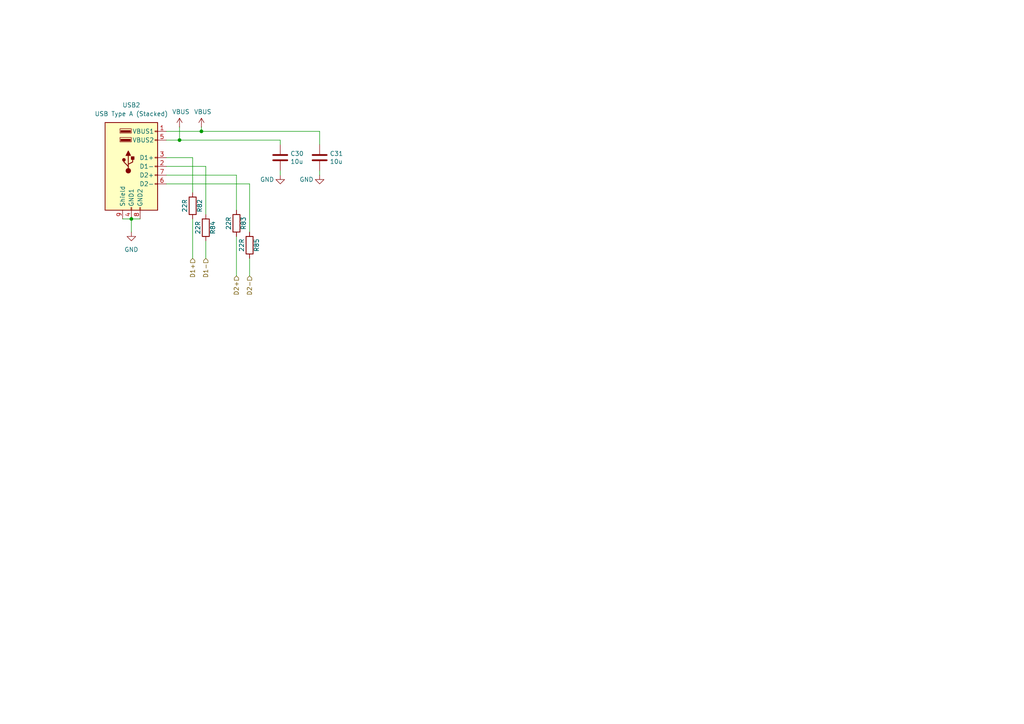
<source format=kicad_sch>
(kicad_sch (version 20231120) (generator "eeschema") (generator_version "8.0")
  (paper "A4")
  (title_block (title "TurboFRANK") (date "2025-01-28") (rev "1.0") (company "Mikhail Matveev") (comment 1 "https://github.com/xtremespb/frank"))
  (lib_symbols
    (symbol "Connector:USB_A_Stacked" (pin_names (offset 1.016))
      (property "Reference" "J" (at 0 15.875 0))
      (property "Value" "USB_A_Stacked" (at 0 13.97 0))
      (symbol "USB_A_Stacked_0_1"
        (rectangle (start -7.62 12.7) (end 7.62 -12.7) (stroke (width 0.254)) (fill (type background)))
        (circle (center -2.159 1.905) (radius 0.381) (stroke (width 0.254)) (fill (type outline)))
        (circle (center -0.889 -1.27) (radius 0.635) (stroke (width 0.254)) (fill (type outline)))
        (rectangle (start -0.254 7.366) (end -3.048 7.874) (fill (type outline)))
        (rectangle (start -0.254 9.906) (end -3.048 10.414) (fill (type outline)))
        (rectangle (start -0.127 -12.7) (end 0.127 -11.938))
        (polyline (pts (xy -1.524 3.175) (xy -0.254 3.175) (xy -0.889 4.445) (xy -1.524 3.175)) (stroke (width 0.254)) (fill (type outline)))
        (polyline (pts (xy -0.889 -0.635) (xy -0.889 0) (xy -2.159 1.27) (xy -2.159 1.905)) (stroke (width 0.254)))
        (polyline (pts (xy -0.889 0) (xy -0.889 0.635) (xy 0.381 1.27) (xy 0.381 2.54)) (stroke (width 0.254)))
        (rectangle (start 0 2.794) (end 0.762 2.032) (stroke (width 0.254)) (fill (type outline)))
        (rectangle (start 0 7.112) (end -3.302 8.382))
        (rectangle (start 0 9.652) (end -3.302 10.922))
        (rectangle (start 2.413 -12.7) (end 2.667 -11.938))
        (rectangle (start 7.62 -5.207) (end 6.858 -4.953))
        (rectangle (start 7.62 -2.667) (end 6.858 -2.413))
        (rectangle (start 7.62 -0.127) (end 6.858 0.127))
        (rectangle (start 7.62 2.413) (end 6.858 2.667))
        (rectangle (start 7.62 7.493) (end 6.858 7.747))
        (rectangle (start 7.62 10.033) (end 6.858 10.287))
      )
      (symbol "USB_A_Stacked_1_1"
        (polyline (pts (xy -0.889 0.635) (xy -0.889 3.175)) (stroke (width 0.254)))
        (pin power_in line (at 10.16 10.16 180) (length 2.54) (name "VBUS1") (number "1"))
        (pin bidirectional line (at 10.16 0 180) (length 2.54) (name "D1-") (number "2"))
        (pin bidirectional line (at 10.16 2.54 180) (length 2.54) (name "D1+") (number "3"))
        (pin power_in line (at 0 -15.24 90) (length 2.54) (name "GND1") (number "4"))
        (pin power_in line (at 10.16 7.62 180) (length 2.54) (name "VBUS2") (number "5"))
        (pin bidirectional line (at 10.16 -5.08 180) (length 2.54) (name "D2-") (number "6"))
        (pin bidirectional line (at 10.16 -2.54 180) (length 2.54) (name "D2+") (number "7"))
        (pin power_in line (at 2.54 -15.24 90) (length 2.54) (name "GND2") (number "8"))
        (pin passive line (at -2.54 -15.24 90) (length 2.54) (name "Shield") (number "9"))
      )
    )
    (symbol "Device:C" (pin_numbers hide) (pin_names (offset 0.254))
      (property "Reference" "C" (at 0.635 2.54 0))
      (property "Value" "C" (at 0.635 -2.54 0))
      (symbol "C_0_1"
        (polyline (pts (xy -2.032 -0.762) (xy 2.032 -0.762)) (stroke (width 0.508)))
        (polyline (pts (xy -2.032 0.762) (xy 2.032 0.762)) (stroke (width 0.508)))
      )
      (symbol "C_1_1"
        (pin passive line (at 0 3.81 270) (length 2.794) (name "~") (number "1"))
        (pin passive line (at 0 -3.81 90) (length 2.794) (name "~") (number "2"))
      )
    )
    (symbol "Device:R" (pin_numbers hide) (pin_names (offset 0))
      (property "Reference" "R" (at 2.032 0 90))
      (property "Value" "R" (at 0 0 90))
      (symbol "R_0_1"
        (rectangle (start -1.016 -2.54) (end 1.016 2.54) (stroke (width 0.254)))
      )
      (symbol "R_1_1"
        (pin passive line (at 0 3.81 270) (length 1.27) (name "~") (number "1"))
        (pin passive line (at 0 -3.81 90) (length 1.27) (name "~") (number "2"))
      )
    )
    (symbol "GND_1" (power) (pin_numbers hide) (pin_names (offset 0) hide)
      (property "Value" "GND" (at 0 -3.81 0))
      (symbol "GND_1_0_1"
        (polyline (pts (xy 0 0) (xy 0 -1.27) (xy 1.27 -1.27) (xy 0 -2.54) (xy -1.27 -1.27) (xy 0 -1.27)))
      )
      (symbol "GND_1_1_1"
        (pin power_in line (at 0 0 270) (length 0) (name "~") (number "1"))
      )
    )
    (symbol "GND_2" (power) (pin_numbers hide) (pin_names (offset 0) hide)
      (property "Value" "GND" (at 0 -3.81 0))
      (symbol "GND_2_0_1"
        (polyline (pts (xy 0 0) (xy 0 -1.27) (xy 1.27 -1.27) (xy 0 -2.54) (xy -1.27 -1.27) (xy 0 -1.27)))
      )
      (symbol "GND_2_1_1"
        (pin power_in line (at 0 0 270) (length 0) (name "~") (number "1"))
      )
    )
    (symbol "VBUS_1" (power) (pin_numbers hide) (pin_names (offset 0) hide)
      (property "Value" "VBUS" (at 0 3.556 0))
      (symbol "VBUS_1_0_1"
        (polyline (pts (xy -0.762 1.27) (xy 0 2.54)))
        (polyline (pts (xy 0 0) (xy 0 2.54)))
        (polyline (pts (xy 0 2.54) (xy 0.762 1.27)))
      )
      (symbol "VBUS_1_1_1"
        (pin power_in line (at 0 0 90) (length 0) (name "~") (number "1"))
      )
    )
    (symbol "power:GND" (power) (pin_numbers hide) (pin_names (offset 0) hide)
      (property "Value" "GND" (at 0 -3.81 0))
      (symbol "GND_0_1"
        (polyline (pts (xy 0 0) (xy 0 -1.27) (xy 1.27 -1.27) (xy 0 -2.54) (xy -1.27 -1.27) (xy 0 -1.27)))
      )
      (symbol "GND_1_1"
        (pin power_in line (at 0 0 270) (length 0) (name "~") (number "1"))
      )
    )
    (symbol "power:VBUS" (power) (pin_numbers hide) (pin_names (offset 0) hide)
      (property "Value" "VBUS" (at 0 3.556 0))
      (symbol "VBUS_0_1"
        (polyline (pts (xy -0.762 1.27) (xy 0 2.54)))
        (polyline (pts (xy 0 0) (xy 0 2.54)))
        (polyline (pts (xy 0 2.54) (xy 0.762 1.27)))
      )
      (symbol "VBUS_1_1"
        (pin power_in line (at 0 0 90) (length 0) (name "~") (number "1"))
      )
    )
  )
  (junction (at 58.42 38.1))
  (junction (at 52.07 40.64))
  (junction (at 38.1 63.5))
  (wire (pts (xy 58.42 36.83) (xy 58.42 38.1)))
  (wire (pts (xy 55.88 45.72) (xy 55.88 55.88)))
  (wire (pts (xy 48.26 53.34) (xy 72.39 53.34)))
  (wire (pts (xy 48.26 50.8) (xy 68.58 50.8)))
  (wire (pts (xy 52.07 40.64) (xy 81.28 40.64)))
  (wire (pts (xy 55.88 63.5) (xy 55.88 74.93)))
  (wire (pts (xy 81.28 49.53) (xy 81.28 50.8)))
  (wire (pts (xy 72.39 53.34) (xy 72.39 67.31)))
  (wire (pts (xy 92.71 49.53) (xy 92.71 50.8)))
  (wire (pts (xy 35.56 63.5) (xy 38.1 63.5)))
  (wire (pts (xy 59.69 48.26) (xy 59.69 62.23)))
  (wire (pts (xy 68.58 68.58) (xy 68.58 80.01)))
  (wire (pts (xy 81.28 40.64) (xy 81.28 41.91)))
  (wire (pts (xy 38.1 63.5) (xy 38.1 67.31)))
  (wire (pts (xy 48.26 48.26) (xy 59.69 48.26)))
  (wire (pts (xy 92.71 41.91) (xy 92.71 38.1)))
  (wire (pts (xy 72.39 74.93) (xy 72.39 80.01)))
  (wire (pts (xy 38.1 63.5) (xy 40.64 63.5)))
  (wire (pts (xy 52.07 36.83) (xy 52.07 40.64)))
  (wire (pts (xy 58.42 38.1) (xy 92.71 38.1)))
  (wire (pts (xy 48.26 40.64) (xy 52.07 40.64)))
  (wire (pts (xy 59.69 69.85) (xy 59.69 74.93)))
  (wire (pts (xy 48.26 38.1) (xy 58.42 38.1)))
  (wire (pts (xy 48.26 45.72) (xy 55.88 45.72)))
  (wire (pts (xy 68.58 50.8) (xy 68.58 60.96)))
  (hierarchical_label "D2+" (shape input) (at 68.58 80.01 270))
  (hierarchical_label "D1-" (shape input) (at 59.69 74.93 270))
  (hierarchical_label "D1+" (shape input) (at 55.88 74.93 270))
  (hierarchical_label "D2-" (shape input) (at 72.39 80.01 270))
  (symbol (lib_id "Connector:USB_A_Stacked") (at 38.1 48.26 0) (unit 1)
    (property "Reference" "USB2" (at 38.1 30.48 0))
    (property "Value" "USB Type A (Stacked)" (at 38.1 33.02 0))
    (property "Footprint" "FRANK:USB Type A (stacked)" (effects (hide yes)))
    (property "Description" "USB Type A connector, stacked" (effects (hide yes)))
  )
  (symbol (lib_id "Device:C") (at 81.28 45.72 0) (unit 1)
    (property "Reference" "C30" (at 84.201 44.5516 0) (effects (justify left)))
    (property "Value" "10u" (at 84.201 46.863 0) (effects (justify left)))
    (property "Footprint" "FRANK:Capacitor (0805)" (effects (hide yes)))
    (property "Datasheet" "https://eu.mouser.com/datasheet/2/447/KEM_C1075_X7R_HT_SMD-3316221.pdf" (effects (hide yes)))
  )
  (symbol (lib_id "Device:R") (at 59.69 66.04 0) (mirror x) (unit 1)
    (property "Reference" "R84" (at 61.722 66.04 90))
    (property "Value" "22R" (at 57.404 66.04 90))
    (property "Footprint" "FRANK:Resistor (0805)" (effects (hide yes)))
    (property "Datasheet" "https://www.vishay.com/docs/28952/mcs0402at-mct0603at-mcu0805at-mca1206at.pdf" (effects (hide yes)))
  )
  (symbol (lib_id "Device:C") (at 92.71 45.72 0) (unit 1)
    (property "Reference" "C31" (at 95.631 44.5516 0) (effects (justify left)))
    (property "Value" "10u" (at 95.631 46.863 0) (effects (justify left)))
    (property "Footprint" "FRANK:Capacitor (0805)" (effects (hide yes)))
    (property "Datasheet" "https://eu.mouser.com/datasheet/2/447/KEM_C1075_X7R_HT_SMD-3316221.pdf" (effects (hide yes)))
  )
  (symbol (lib_name "VBUS_1") (lib_id "power:VBUS") (at 52.07 36.83 0) (unit 1)
    (property "Reference" "#PWR093" (effects (hide yes)))
    (property "Value" "VBUS" (at 52.451 32.4358 0))
    (property "Description" "Power symbol creates a global label with name \"VBUS\"" (effects (hide yes)))
  )
  (symbol (lib_id "power:GND") (at 81.28 50.8 0) (unit 1)
    (property "Reference" "#PWR095" (effects (hide yes)))
    (property "Value" "GND" (at 77.47 52.07 0))
    (property "Description" "Power symbol creates a global label with name \"GND\" , ground" (effects (hide yes)))
  )
  (symbol (lib_id "Device:R") (at 68.58 64.77 0) (mirror x) (unit 1)
    (property "Reference" "R83" (at 70.612 64.77 90))
    (property "Value" "22R" (at 66.294 64.77 90))
    (property "Footprint" "FRANK:Resistor (0805)" (effects (hide yes)))
    (property "Datasheet" "https://www.vishay.com/docs/28952/mcs0402at-mct0603at-mcu0805at-mca1206at.pdf" (effects (hide yes)))
  )
  (symbol (lib_name "GND_2") (lib_id "power:GND") (at 92.71 50.8 0) (unit 1)
    (property "Reference" "#PWR096" (effects (hide yes)))
    (property "Value" "GND" (at 88.9 52.07 0))
    (property "Description" "Power symbol creates a global label with name \"GND\" , ground" (effects (hide yes)))
  )
  (symbol (lib_id "Device:R") (at 55.88 59.69 0) (mirror x) (unit 1)
    (property "Reference" "R82" (at 57.912 59.69 90))
    (property "Value" "22R" (at 53.594 59.69 90))
    (property "Footprint" "FRANK:Resistor (0805)" (effects (hide yes)))
    (property "Datasheet" "https://www.vishay.com/docs/28952/mcs0402at-mct0603at-mcu0805at-mca1206at.pdf" (effects (hide yes)))
  )
  (symbol (lib_id "power:VBUS") (at 58.42 36.83 0) (unit 1)
    (property "Reference" "#PWR094" (effects (hide yes)))
    (property "Value" "VBUS" (at 58.801 32.4358 0))
    (property "Description" "Power symbol creates a global label with name \"VBUS\"" (effects (hide yes)))
  )
  (symbol (lib_name "GND_1") (lib_id "power:GND") (at 38.1 67.31 0) (unit 1)
    (property "Reference" "#PWR097" (effects (hide yes)))
    (property "Value" "GND" (at 38.1 72.39 0))
    (property "Description" "Power symbol creates a global label with name \"GND\" , ground" (effects (hide yes)))
  )
  (symbol (lib_id "Device:R") (at 72.39 71.12 0) (mirror x) (unit 1)
    (property "Reference" "R85" (at 74.422 71.12 90))
    (property "Value" "22R" (at 70.104 71.12 90))
    (property "Footprint" "FRANK:Resistor (0805)" (effects (hide yes)))
    (property "Datasheet" "https://www.vishay.com/docs/28952/mcs0402at-mct0603at-mcu0805at-mca1206at.pdf" (effects (hide yes)))
  )
)
</source>
